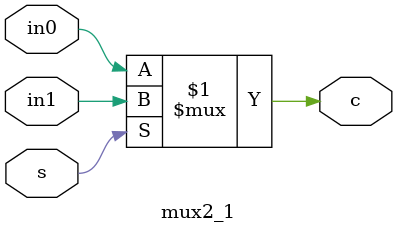
<source format=v>
`timescale 1ns / 1ps



module mux2_1(
input  in0,in1,s,
output c
    );
    assign c = s ? in1 : in0; 
endmodule

</source>
